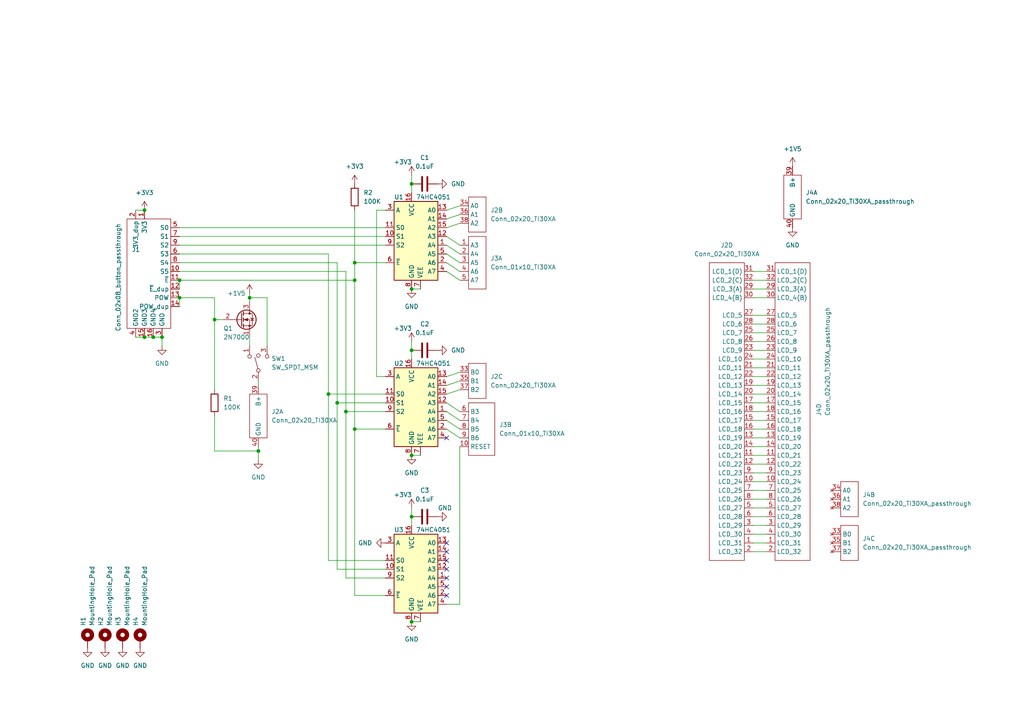
<source format=kicad_sch>
(kicad_sch (version 20211123) (generator eeschema)
  (paper "A4")
  (lib_symbols
    (symbol "74xx:74HC4051"
      (property "Reference" "U" (at -5.08 11.43 0))
      (property "Value" "74HC4051" (at -7.62 -13.97 0))
      (symbol "74HC4051_0_1"
        (rectangle (start -5.08 10.16) (end 7.62 -12.7) (stroke (width 0.254)) (fill (type background)))
      )
      (symbol "74HC4051_1_1"
        (pin passive line (at 10.16 -2.54 180) (length 2.54) (name "A4") (number "1"))
        (pin input line (at -7.62 0 0) (length 2.54) (name "S1") (number "10"))
        (pin input line (at -7.62 2.54 0) (length 2.54) (name "S0") (number "11"))
        (pin passive line (at 10.16 0 180) (length 2.54) (name "A3") (number "12"))
        (pin passive line (at 10.16 7.62 180) (length 2.54) (name "A0") (number "13"))
        (pin passive line (at 10.16 5.08 180) (length 2.54) (name "A1") (number "14"))
        (pin passive line (at 10.16 2.54 180) (length 2.54) (name "A2") (number "15"))
        (pin power_in line (at 0 12.7 270) (length 2.54) (name "VCC") (number "16"))
        (pin passive line (at 10.16 -7.62 180) (length 2.54) (name "A6") (number "2"))
        (pin passive line (at -7.62 7.62 0) (length 2.54) (name "A") (number "3"))
        (pin passive line (at 10.16 -10.16 180) (length 2.54) (name "A7") (number "4"))
        (pin passive line (at 10.16 -5.08 180) (length 2.54) (name "A5") (number "5"))
        (pin input line (at -7.62 -7.62 0) (length 2.54) (name "~{E}") (number "6"))
        (pin power_in line (at 2.54 -15.24 90) (length 2.54) (name "VEE") (number "7"))
        (pin power_in line (at 0 -15.24 90) (length 2.54) (name "GND") (number "8"))
        (pin input line (at -7.62 -2.54 0) (length 2.54) (name "S2") (number "9"))
      )
    )
    (symbol "Device:C" (pin_numbers hide) (pin_names (offset 0.254))
      (property "Reference" "C" (at 0.635 2.54 0))
      (property "Value" "C" (at 0.635 -2.54 0))
      (symbol "C_0_1"
        (polyline (pts (xy -2.032 -0.762) (xy 2.032 -0.762)) (stroke (width 0.508)))
        (polyline (pts (xy -2.032 0.762) (xy 2.032 0.762)) (stroke (width 0.508)))
      )
      (symbol "C_1_1"
        (pin passive line (at 0 3.81 270) (length 2.794) (name "~") (number "1"))
        (pin passive line (at 0 -3.81 90) (length 2.794) (name "~") (number "2"))
      )
    )
    (symbol "Device:R" (pin_numbers hide) (pin_names (offset 0))
      (property "Reference" "R" (at 2.032 0 90))
      (property "Value" "R" (at 0 0 90))
      (symbol "R_0_1"
        (rectangle (start -1.016 -2.54) (end 1.016 2.54) (stroke (width 0.254)))
      )
      (symbol "R_1_1"
        (pin passive line (at 0 3.81 270) (length 1.27) (name "~") (number "1"))
        (pin passive line (at 0 -3.81 90) (length 1.27) (name "~") (number "2"))
      )
    )
    (symbol "Mechanical:MountingHole_Pad" (pin_numbers hide) (pin_names (offset 1.016) hide)
      (property "Reference" "H" (at 0 6.35 0))
      (property "Value" "MountingHole_Pad" (at 0 4.445 0))
      (symbol "MountingHole_Pad_0_1"
        (circle (center 0 1.27) (radius 1.27) (stroke (width 1.27)))
      )
      (symbol "MountingHole_Pad_1_1"
        (pin input line (at 0 -2.54 90) (length 2.54) (name "1") (number "1"))
      )
    )
    (symbol "Switch:SW_SPDT_MSM" (pin_names (offset 0) hide)
      (property "Reference" "SW" (at 0 5.08 0))
      (property "Value" "SW_SPDT_MSM" (at 0 -5.08 0))
      (symbol "SW_SPDT_MSM_0_0"
        (circle (center -2.032 0) (radius 0.508))
        (polyline (pts (xy -1.524 0.127) (xy 1.778 1.016)))
        (circle (center 2.032 -2.54) (radius 0.508))
      )
      (symbol "SW_SPDT_MSM_0_1"
        (circle (center 2.032 2.54) (radius 0.508))
        (circle (center 2.286 0) (radius 0.508))
      )
      (symbol "SW_SPDT_MSM_1_1"
        (pin passive line (at 5.08 2.54 180) (length 2.54) (name "1") (number "1"))
        (pin passive line (at -5.08 0 0) (length 2.54) (name "2") (number "2"))
        (pin passive line (at 5.08 -2.54 180) (length 2.54) (name "3") (number "3"))
      )
    )
    (symbol "Transistor_FET:2N7000" (pin_names hide)
      (property "Reference" "Q" (at 5.08 1.905 0))
      (property "Value" "2N7000" (at 5.08 0 0))
      (symbol "2N7000_0_1"
        (polyline (pts (xy 0.254 0) (xy -2.54 0)))
        (polyline (pts (xy 0.254 1.905) (xy 0.254 -1.905)) (stroke (width 0.254)))
        (polyline (pts (xy 0.762 -1.27) (xy 0.762 -2.286)) (stroke (width 0.254)))
        (polyline (pts (xy 0.762 0.508) (xy 0.762 -0.508)) (stroke (width 0.254)))
        (polyline (pts (xy 0.762 2.286) (xy 0.762 1.27)) (stroke (width 0.254)))
        (polyline (pts (xy 2.54 2.54) (xy 2.54 1.778)))
        (polyline (pts (xy 2.54 -2.54) (xy 2.54 0) (xy 0.762 0)))
        (polyline (pts (xy 0.762 -1.778) (xy 3.302 -1.778) (xy 3.302 1.778) (xy 0.762 1.778)))
        (polyline (pts (xy 1.016 0) (xy 2.032 0.381) (xy 2.032 -0.381) (xy 1.016 0)) (fill (type outline)))
        (polyline (pts (xy 2.794 0.508) (xy 2.921 0.381) (xy 3.683 0.381) (xy 3.81 0.254)))
        (polyline (pts (xy 3.302 0.381) (xy 2.921 -0.254) (xy 3.683 -0.254) (xy 3.302 0.381)))
        (circle (center 1.651 0) (radius 2.794) (stroke (width 0.254)))
        (circle (center 2.54 -1.778) (radius 0.254) (fill (type outline)))
        (circle (center 2.54 1.778) (radius 0.254) (fill (type outline)))
      )
      (symbol "2N7000_1_1"
        (pin passive line (at 2.54 -5.08 90) (length 2.54) (name "S") (number "1"))
        (pin input line (at -5.08 0 0) (length 2.54) (name "G") (number "2"))
        (pin passive line (at 2.54 5.08 270) (length 2.54) (name "D") (number "3"))
      )
    )
    (symbol "custom_connetors:Conn_01x10_TI30XA"
      (property "Reference" "J" (at 5.08 3.81 0))
      (property "Value" "Conn_01x10_TI30XA" (at 13.97 6.35 0))
      (symbol "Conn_01x10_TI30XA_1_1"
        (rectangle (start -2.54 -7.62) (end 2.54 7.62))
        (pin input line (at -5.08 5.08 0) (length 2.54) (name "A3") (number "1"))
        (pin input line (at -5.08 2.54 0) (length 2.54) (name "A4") (number "2"))
        (pin input line (at -5.08 0 0) (length 2.54) (name "A5") (number "3"))
        (pin input line (at -5.08 -2.54 0) (length 2.54) (name "A6") (number "4"))
        (pin input line (at -5.08 -5.08 0) (length 2.54) (name "A7") (number "5"))
      )
      (symbol "Conn_01x10_TI30XA_2_1"
        (rectangle (start -3.81 7.62) (end 3.81 -7.62))
        (pin input line (at -6.35 -5.08 0) (length 2.54) (name "RESET") (number "10"))
        (pin input line (at -6.35 5.08 0) (length 2.54) (name "B3") (number "6"))
        (pin input line (at -6.35 2.54 0) (length 2.54) (name "B4") (number "7"))
        (pin input line (at -6.35 0 0) (length 2.54) (name "B5") (number "8"))
        (pin input line (at -6.35 -2.54 0) (length 2.54) (name "B6") (number "9"))
      )
    )
    (symbol "custom_connetors:Conn_02x08_button_passthrough"
      (property "Reference" "J" (at -1.27 11.43 0))
      (property "Value" "Conn_02x08_button_passthrough" (at -11.43 -5.08 90))
      (symbol "Conn_02x08_button_passthrough_0_1"
        (rectangle (start -8.89 10.16) (end 3.81 -21.59))
      )
      (symbol "Conn_02x08_button_passthrough_1_1"
        (pin power_out line (at -3.81 12.7 270) (length 2.54) (name "3V3") (number "1"))
        (pin output line (at 6.35 -5.08 180) (length 2.54) (name "S5") (number "10"))
        (pin output line (at 6.35 -7.62 180) (length 2.54) (name "~{E}") (number "11"))
        (pin free line (at 6.35 -10.16 180) (length 2.54) (name "~{E}_dup") (number "12"))
        (pin output line (at 6.35 -12.7 180) (length 2.54) (name "POW") (number "13"))
        (pin free line (at 6.35 -15.24 180) (length 2.54) (name "POW_dup") (number "14"))
        (pin power_in line (at -3.81 -24.13 90) (length 2.54) (name "GND3") (number "15"))
        (pin power_in line (at -1.27 -24.13 90) (length 2.54) (name "GND4") (number "16"))
        (pin power_in line (at -6.35 12.7 270) (length 2.54) (name "3V3_dup") (number "2"))
        (pin power_in line (at 1.27 -24.13 90) (length 2.54) (name "GND") (number "3"))
        (pin power_in line (at -6.35 -24.13 90) (length 2.54) (name "GND2") (number "4"))
        (pin output line (at 6.35 7.62 180) (length 2.54) (name "S0") (number "5"))
        (pin output line (at 6.35 0 180) (length 2.54) (name "S3") (number "6"))
        (pin output line (at 6.35 5.08 180) (length 2.54) (name "S1") (number "7"))
        (pin output line (at 6.35 -2.54 180) (length 2.54) (name "S4") (number "8"))
        (pin output line (at 6.35 2.54 180) (length 2.54) (name "S2") (number "9"))
      )
    )
    (symbol "custom_connetors:Conn_02x20_TI30XA"
      (property "Reference" "J" (at -24.13 5.08 0))
      (property "Value" "Conn_02x20_TI30XA" (at -15.24 7.62 0))
      (symbol "Conn_02x20_TI30XA_1_1"
        (rectangle (start -2.54 6.35) (end 2.54 -6.35))
        (pin power_in line (at 0 8.89 270) (length 2.54) (name "B+") (number "39"))
        (pin power_in line (at 0 -8.89 90) (length 2.54) (name "GND") (number "40"))
      )
      (symbol "Conn_02x20_TI30XA_2_1"
        (rectangle (start -2.54 5.08) (end 2.54 -5.08))
        (pin input line (at -5.08 2.54 0) (length 2.54) (name "A0") (number "34"))
        (pin input line (at -5.08 0 0) (length 2.54) (name "A1") (number "36"))
        (pin input line (at -5.08 -2.54 0) (length 2.54) (name "A2") (number "38"))
      )
      (symbol "Conn_02x20_TI30XA_3_1"
        (rectangle (start -2.54 5.08) (end 2.54 -5.08))
        (pin input line (at -5.08 2.54 0) (length 2.54) (name "B0") (number "33"))
        (pin input line (at -5.08 0 0) (length 2.54) (name "B1") (number "35"))
        (pin input line (at -5.08 -2.54 0) (length 2.54) (name "B2") (number "37"))
      )
      (symbol "Conn_02x20_TI30XA_4_1"
        (rectangle (start 5.08 43.18) (end -5.08 -43.18))
        (pin output line (at 7.62 -38.1 180) (length 2.54) (name "LCD_31") (number "1"))
        (pin output line (at 7.62 -20.32 180) (length 2.54) (name "LCD_24") (number "10"))
        (pin output line (at 7.62 -12.7 180) (length 2.54) (name "LCD_21") (number "11"))
        (pin output line (at 7.62 -15.24 180) (length 2.54) (name "LCD_22") (number "12"))
        (pin output line (at 7.62 -7.62 180) (length 2.54) (name "LCD_19") (number "13"))
        (pin output line (at 7.62 -10.16 180) (length 2.54) (name "LCD_20") (number "14"))
        (pin output line (at 7.62 -2.54 180) (length 2.54) (name "LCD_17") (number "15"))
        (pin output line (at 7.62 -5.08 180) (length 2.54) (name "LCD_18") (number "16"))
        (pin output line (at 7.62 2.54 180) (length 2.54) (name "LCD_15") (number "17"))
        (pin output line (at 7.62 0 180) (length 2.54) (name "LCD_16") (number "18"))
        (pin output line (at 7.62 7.62 180) (length 2.54) (name "LCD_13") (number "19"))
        (pin output line (at 7.62 -40.64 180) (length 2.54) (name "LCD_32") (number "2"))
        (pin output line (at 7.62 5.08 180) (length 2.54) (name "LCD_14") (number "20"))
        (pin output line (at 7.62 12.7 180) (length 2.54) (name "LCD_11") (number "21"))
        (pin output line (at 7.62 10.16 180) (length 2.54) (name "LCD_12") (number "22"))
        (pin output line (at 7.62 17.78 180) (length 2.54) (name "LCD_9") (number "23"))
        (pin output line (at 7.62 15.24 180) (length 2.54) (name "LCD_10") (number "24"))
        (pin output line (at 7.62 22.86 180) (length 2.54) (name "LCD_7") (number "25"))
        (pin output line (at 7.62 20.32 180) (length 2.54) (name "LCD_8") (number "26"))
        (pin output line (at 7.62 27.94 180) (length 2.54) (name "LCD_5") (number "27"))
        (pin output line (at 7.62 25.4 180) (length 2.54) (name "LCD_6") (number "28"))
        (pin output line (at 7.62 35.56 180) (length 2.54) (name "LCD_3(A)") (number "29"))
        (pin output line (at 7.62 -33.02 180) (length 2.54) (name "LCD_29") (number "3"))
        (pin output line (at 7.62 33.02 180) (length 2.54) (name "LCD_4(B)") (number "30"))
        (pin output line (at 7.62 40.64 180) (length 2.54) (name "LCD_1(D)") (number "31"))
        (pin output line (at 7.62 38.1 180) (length 2.54) (name "LCD_2(C)") (number "32"))
        (pin output line (at 7.62 -35.56 180) (length 2.54) (name "LCD_30") (number "4"))
        (pin output line (at 7.62 -27.94 180) (length 2.54) (name "LCD_27") (number "5"))
        (pin output line (at 7.62 -30.48 180) (length 2.54) (name "LCD_28") (number "6"))
        (pin output line (at 7.62 -22.86 180) (length 2.54) (name "LCD_25") (number "7"))
        (pin output line (at 7.62 -25.4 180) (length 2.54) (name "LCD_26") (number "8"))
        (pin output line (at 7.62 -17.78 180) (length 2.54) (name "LCD_23") (number "9"))
      )
    )
    (symbol "custom_connetors:Conn_02x20_TI30XA_passthrough"
      (property "Reference" "J" (at -24.13 5.08 0))
      (property "Value" "Conn_02x20_TI30XA_passthrough" (at -15.24 7.62 0))
      (symbol "Conn_02x20_TI30XA_passthrough_1_1"
        (rectangle (start -2.54 6.35) (end 2.54 -6.35))
        (pin power_out line (at 0 8.89 270) (length 2.54) (name "B+") (number "39"))
        (pin power_out line (at 0 -8.89 90) (length 2.54) (name "GND") (number "40"))
      )
      (symbol "Conn_02x20_TI30XA_passthrough_2_1"
        (rectangle (start -2.54 5.08) (end 2.54 -5.08))
        (pin no_connect line (at -5.08 2.54 0) (length 2.54) (name "A0") (number "34"))
        (pin no_connect line (at -5.08 0 0) (length 2.54) (name "A1") (number "36"))
        (pin no_connect line (at -5.08 -2.54 0) (length 2.54) (name "A2") (number "38"))
      )
      (symbol "Conn_02x20_TI30XA_passthrough_3_1"
        (rectangle (start -2.54 5.08) (end 2.54 -5.08))
        (pin no_connect line (at -5.08 2.54 0) (length 2.54) (name "B0") (number "33"))
        (pin no_connect line (at -5.08 0 0) (length 2.54) (name "B1") (number "35"))
        (pin no_connect line (at -5.08 -2.54 0) (length 2.54) (name "B2") (number "37"))
      )
      (symbol "Conn_02x20_TI30XA_passthrough_4_1"
        (rectangle (start 5.08 43.18) (end -5.08 -43.18))
        (pin input line (at -7.62 -38.1 0) (length 2.54) (name "LCD_31") (number "1"))
        (pin input line (at -7.62 -20.32 0) (length 2.54) (name "LCD_24") (number "10"))
        (pin input line (at -7.62 -12.7 0) (length 2.54) (name "LCD_21") (number "11"))
        (pin input line (at -7.62 -15.24 0) (length 2.54) (name "LCD_22") (number "12"))
        (pin input line (at -7.62 -7.62 0) (length 2.54) (name "LCD_19") (number "13"))
        (pin input line (at -7.62 -10.16 0) (length 2.54) (name "LCD_20") (number "14"))
        (pin input line (at -7.62 -2.54 0) (length 2.54) (name "LCD_17") (number "15"))
        (pin input line (at -7.62 -5.08 0) (length 2.54) (name "LCD_18") (number "16"))
        (pin input line (at -7.62 2.54 0) (length 2.54) (name "LCD_15") (number "17"))
        (pin input line (at -7.62 0 0) (length 2.54) (name "LCD_16") (number "18"))
        (pin input line (at -7.62 7.62 0) (length 2.54) (name "LCD_13") (number "19"))
        (pin input line (at -7.62 -40.64 0) (length 2.54) (name "LCD_32") (number "2"))
        (pin input line (at -7.62 5.08 0) (length 2.54) (name "LCD_14") (number "20"))
        (pin input line (at -7.62 12.7 0) (length 2.54) (name "LCD_11") (number "21"))
        (pin input line (at -7.62 10.16 0) (length 2.54) (name "LCD_12") (number "22"))
        (pin input line (at -7.62 17.78 0) (length 2.54) (name "LCD_9") (number "23"))
        (pin input line (at -7.62 15.24 0) (length 2.54) (name "LCD_10") (number "24"))
        (pin input line (at -7.62 22.86 0) (length 2.54) (name "LCD_7") (number "25"))
        (pin input line (at -7.62 20.32 0) (length 2.54) (name "LCD_8") (number "26"))
        (pin input line (at -7.62 27.94 0) (length 2.54) (name "LCD_5") (number "27"))
        (pin input line (at -7.62 25.4 0) (length 2.54) (name "LCD_6") (number "28"))
        (pin input line (at -7.62 35.56 0) (length 2.54) (name "LCD_3(A)") (number "29"))
        (pin input line (at -7.62 -33.02 0) (length 2.54) (name "LCD_29") (number "3"))
        (pin input line (at -7.62 33.02 0) (length 2.54) (name "LCD_4(B)") (number "30"))
        (pin input line (at -7.62 40.64 0) (length 2.54) (name "LCD_1(D)") (number "31"))
        (pin input line (at -7.62 38.1 0) (length 2.54) (name "LCD_2(C)") (number "32"))
        (pin input line (at -7.62 -35.56 0) (length 2.54) (name "LCD_30") (number "4"))
        (pin input line (at -7.62 -27.94 0) (length 2.54) (name "LCD_27") (number "5"))
        (pin input line (at -7.62 -30.48 0) (length 2.54) (name "LCD_28") (number "6"))
        (pin input line (at -7.62 -22.86 0) (length 2.54) (name "LCD_25") (number "7"))
        (pin input line (at -7.62 -25.4 0) (length 2.54) (name "LCD_26") (number "8"))
        (pin input line (at -7.62 -17.78 0) (length 2.54) (name "LCD_23") (number "9"))
      )
    )
    (symbol "power:+1V5" (power) (pin_names (offset 0))
      (property "Value" "+1V5" (at 0 3.556 0))
      (symbol "+1V5_0_1"
        (polyline (pts (xy -0.762 1.27) (xy 0 2.54)))
        (polyline (pts (xy 0 0) (xy 0 2.54)))
        (polyline (pts (xy 0 2.54) (xy 0.762 1.27)))
      )
      (symbol "+1V5_1_1"
        (pin power_in line (at 0 0 90) (length 0) hide (name "+1V5") (number "1"))
      )
    )
    (symbol "power:+3V3" (power) (pin_names (offset 0))
      (property "Value" "+3V3" (at 0 3.556 0))
      (symbol "+3V3_0_1"
        (polyline (pts (xy -0.762 1.27) (xy 0 2.54)))
        (polyline (pts (xy 0 0) (xy 0 2.54)))
        (polyline (pts (xy 0 2.54) (xy 0.762 1.27)))
      )
      (symbol "+3V3_1_1"
        (pin power_in line (at 0 0 90) (length 0) hide (name "+3V3") (number "1"))
      )
    )
    (symbol "power:GND" (power) (pin_names (offset 0))
      (property "Value" "GND" (at 0 -3.81 0))
      (symbol "GND_0_1"
        (polyline (pts (xy 0 0) (xy 0 -1.27) (xy 1.27 -1.27) (xy 0 -2.54) (xy -1.27 -1.27) (xy 0 -1.27)))
      )
      (symbol "GND_1_1"
        (pin power_in line (at 0 0 270) (length 0) hide (name "GND") (number "1"))
      )
    )
  )
  (junction (at 72.39 86.36))
  (junction (at 119.38 149.86))
  (junction (at 119.38 101.6))
  (junction (at 102.87 76.2))
  (junction (at 46.99 97.79))
  (junction (at 119.38 132.08))
  (junction (at 102.87 124.46))
  (junction (at 119.38 53.34))
  (junction (at 100.33 119.38))
  (junction (at 119.38 83.82))
  (junction (at 52.07 86.36))
  (junction (at 97.79 116.84))
  (junction (at 119.38 180.34))
  (junction (at 52.07 81.28))
  (junction (at 41.91 60.96))
  (junction (at 102.87 81.28))
  (junction (at 74.93 130.81))
  (junction (at 44.45 97.79))
  (junction (at 62.23 92.71))
  (junction (at 41.91 97.79))
  (junction (at 95.25 114.3))
  (no_connect (at 129.54 167.64))
  (no_connect (at 129.54 170.18))
  (no_connect (at 129.54 172.72))
  (no_connect (at 129.54 165.1))
  (no_connect (at 129.54 127))
  (no_connect (at 129.54 162.56))
  (no_connect (at 129.54 160.02))
  (no_connect (at 129.54 157.48))
  (wire (pts (xy 109.22 60.96) (xy 111.76 60.96)))
  (wire (pts (xy 102.87 124.46) (xy 111.76 124.46)))
  (wire (pts (xy 222.25 86.36) (xy 218.44 86.36)))
  (wire (pts (xy 133.35 175.26) (xy 133.35 129.54)))
  (wire (pts (xy 39.37 97.79) (xy 41.91 97.79)))
  (wire (pts (xy 62.23 113.03) (xy 62.23 92.71)))
  (wire (pts (xy 95.25 114.3) (xy 95.25 162.56)))
  (wire (pts (xy 222.25 78.74) (xy 218.44 78.74)))
  (wire (pts (xy 111.76 165.1) (xy 97.79 165.1)))
  (wire (pts (xy 222.25 106.68) (xy 218.44 106.68)))
  (wire (pts (xy 222.25 93.98) (xy 218.44 93.98)))
  (wire (pts (xy 111.76 167.64) (xy 100.33 167.64)))
  (wire (pts (xy 222.25 96.52) (xy 218.44 96.52)))
  (wire (pts (xy 133.35 62.23) (xy 129.54 63.5)))
  (wire (pts (xy 102.87 76.2) (xy 102.87 81.28)))
  (wire (pts (xy 222.25 149.86) (xy 218.44 149.86)))
  (wire (pts (xy 119.38 99.06) (xy 119.38 101.6)))
  (wire (pts (xy 133.35 127) (xy 129.54 124.46)))
  (wire (pts (xy 100.33 119.38) (xy 100.33 167.64)))
  (wire (pts (xy 222.25 101.6) (xy 218.44 101.6)))
  (wire (pts (xy 46.99 97.79) (xy 46.99 100.33)))
  (wire (pts (xy 119.38 101.6) (xy 119.38 104.14)))
  (wire (pts (xy 222.25 157.48) (xy 218.44 157.48)))
  (wire (pts (xy 111.76 119.38) (xy 100.33 119.38)))
  (wire (pts (xy 129.54 175.26) (xy 133.35 175.26)))
  (wire (pts (xy 222.25 99.06) (xy 218.44 99.06)))
  (wire (pts (xy 72.39 85.09) (xy 72.39 86.36)))
  (wire (pts (xy 222.25 124.46) (xy 218.44 124.46)))
  (wire (pts (xy 222.25 121.92) (xy 218.44 121.92)))
  (wire (pts (xy 52.07 86.36) (xy 52.07 88.9)))
  (wire (pts (xy 222.25 114.3) (xy 218.44 114.3)))
  (wire (pts (xy 111.76 162.56) (xy 95.25 162.56)))
  (wire (pts (xy 133.35 73.66) (xy 129.54 71.12)))
  (wire (pts (xy 44.45 97.79) (xy 46.99 97.79)))
  (wire (pts (xy 222.25 147.32) (xy 218.44 147.32)))
  (wire (pts (xy 222.25 154.94) (xy 218.44 154.94)))
  (wire (pts (xy 222.25 83.82) (xy 218.44 83.82)))
  (wire (pts (xy 119.38 147.32) (xy 119.38 149.86)))
  (wire (pts (xy 133.35 71.12) (xy 129.54 68.58)))
  (wire (pts (xy 222.25 137.16) (xy 218.44 137.16)))
  (wire (pts (xy 133.35 110.49) (xy 129.54 111.76)))
  (wire (pts (xy 119.38 180.34) (xy 121.92 180.34)))
  (wire (pts (xy 119.38 53.34) (xy 119.38 55.88)))
  (wire (pts (xy 133.35 124.46) (xy 129.54 121.92)))
  (wire (pts (xy 222.25 127) (xy 218.44 127)))
  (wire (pts (xy 133.35 64.77) (xy 129.54 66.04)))
  (wire (pts (xy 222.25 109.22) (xy 218.44 109.22)))
  (wire (pts (xy 109.22 109.22) (xy 109.22 60.96)))
  (wire (pts (xy 95.25 114.3) (xy 95.25 73.66)))
  (wire (pts (xy 52.07 71.12) (xy 111.76 71.12)))
  (wire (pts (xy 119.38 50.8) (xy 119.38 53.34)))
  (wire (pts (xy 74.93 133.35) (xy 74.93 130.81)))
  (wire (pts (xy 74.93 110.49) (xy 74.93 111.76)))
  (wire (pts (xy 222.25 116.84) (xy 218.44 116.84)))
  (wire (pts (xy 222.25 134.62) (xy 218.44 134.62)))
  (wire (pts (xy 52.07 68.58) (xy 111.76 68.58)))
  (wire (pts (xy 62.23 130.81) (xy 62.23 120.65)))
  (wire (pts (xy 222.25 91.44) (xy 218.44 91.44)))
  (wire (pts (xy 100.33 119.38) (xy 100.33 78.74)))
  (wire (pts (xy 95.25 73.66) (xy 52.07 73.66)))
  (wire (pts (xy 133.35 59.69) (xy 129.54 60.96)))
  (wire (pts (xy 222.25 160.02) (xy 218.44 160.02)))
  (wire (pts (xy 133.35 78.74) (xy 129.54 76.2)))
  (wire (pts (xy 52.07 66.04) (xy 111.76 66.04)))
  (wire (pts (xy 41.91 97.79) (xy 44.45 97.79)))
  (wire (pts (xy 111.76 114.3) (xy 95.25 114.3)))
  (wire (pts (xy 52.07 81.28) (xy 52.07 83.82)))
  (wire (pts (xy 102.87 172.72) (xy 111.76 172.72)))
  (wire (pts (xy 52.07 81.28) (xy 102.87 81.28)))
  (wire (pts (xy 72.39 100.33) (xy 72.39 97.79)))
  (wire (pts (xy 222.25 132.08) (xy 218.44 132.08)))
  (wire (pts (xy 62.23 92.71) (xy 64.77 92.71)))
  (wire (pts (xy 133.35 107.95) (xy 129.54 109.22)))
  (wire (pts (xy 72.39 86.36) (xy 72.39 87.63)))
  (wire (pts (xy 102.87 76.2) (xy 111.76 76.2)))
  (wire (pts (xy 119.38 83.82) (xy 121.92 83.82)))
  (wire (pts (xy 62.23 86.36) (xy 52.07 86.36)))
  (wire (pts (xy 111.76 116.84) (xy 97.79 116.84)))
  (wire (pts (xy 222.25 142.24) (xy 218.44 142.24)))
  (wire (pts (xy 52.07 76.2) (xy 97.79 76.2)))
  (wire (pts (xy 74.93 130.81) (xy 62.23 130.81)))
  (wire (pts (xy 222.25 111.76) (xy 218.44 111.76)))
  (wire (pts (xy 97.79 76.2) (xy 97.79 116.84)))
  (wire (pts (xy 102.87 60.96) (xy 102.87 76.2)))
  (wire (pts (xy 77.47 86.36) (xy 77.47 100.33)))
  (wire (pts (xy 133.35 121.92) (xy 129.54 119.38)))
  (wire (pts (xy 102.87 81.28) (xy 102.87 124.46)))
  (wire (pts (xy 62.23 92.71) (xy 62.23 86.36)))
  (wire (pts (xy 119.38 132.08) (xy 121.92 132.08)))
  (wire (pts (xy 133.35 119.38) (xy 129.54 116.84)))
  (wire (pts (xy 222.25 119.38) (xy 218.44 119.38)))
  (wire (pts (xy 222.25 152.4) (xy 218.44 152.4)))
  (wire (pts (xy 222.25 129.54) (xy 218.44 129.54)))
  (wire (pts (xy 133.35 76.2) (xy 129.54 73.66)))
  (wire (pts (xy 74.93 130.81) (xy 74.93 129.54)))
  (wire (pts (xy 102.87 124.46) (xy 102.87 172.72)))
  (wire (pts (xy 109.22 109.22) (xy 111.76 109.22)))
  (wire (pts (xy 222.25 104.14) (xy 218.44 104.14)))
  (wire (pts (xy 222.25 81.28) (xy 218.44 81.28)))
  (wire (pts (xy 97.79 116.84) (xy 97.79 165.1)))
  (wire (pts (xy 222.25 139.7) (xy 218.44 139.7)))
  (wire (pts (xy 222.25 144.78) (xy 218.44 144.78)))
  (wire (pts (xy 100.33 78.74) (xy 52.07 78.74)))
  (wire (pts (xy 133.35 81.28) (xy 129.54 78.74)))
  (wire (pts (xy 119.38 149.86) (xy 119.38 152.4)))
  (wire (pts (xy 72.39 86.36) (xy 77.47 86.36)))
  (wire (pts (xy 133.35 113.03) (xy 129.54 114.3)))
  (wire (pts (xy 39.37 60.96) (xy 41.91 60.96)))
  (symbol (lib_id "Device:R") (at 102.87 57.15 0) (unit 1)
    (property "Reference" "R2" (at 105.41 55.8799 0) (effects (justify left)))
    (property "Value" "100K" (at 105.41 58.4199 0) (effects (justify left)))
    (property "Footprint" "Resistor_THT:R_Axial_DIN0411_L9.9mm_D3.6mm_P15.24mm_Horizontal" (effects hide))
  )
  (symbol (lib_id "custom_connetors:Conn_02x20_TI30XA_passthrough") (at 246.38 144.78 0) (unit 2)
    (property "Reference" "J4" (at 250.19 143.5099 0) (effects (justify left)))
    (property "Value" "Conn_02x20_TI30XA_passthrough" (at 250.19 146.0499 0) (effects (justify left)))
    (property "Footprint" "Connector_IDC:IDC-Header_2x20_P2.54mm_Vertical" (effects hide))
  )
  (symbol (lib_id "power:+3V3") (at 119.38 147.32 0) (unit 1)
    (property "Reference" "#PWR015" (effects hide))
    (property "Value" "+3V3" (at 116.84 143.51 0))
  )
  (symbol (lib_id "Switch:SW_SPDT_MSM") (at 74.93 105.41 90) (unit 1)
    (property "Reference" "SW1" (at 78.74 104.0129 90) (effects (justify right)))
    (property "Value" "SW_SPDT_MSM" (at 78.74 106.5529 90) (effects (justify right)))
    (property "Footprint" "Library:Switch_Jumper" (effects hide))
  )
  (symbol (lib_id "custom_connetors:Conn_02x20_TI30XA") (at 138.43 62.23 0) (unit 2)
    (property "Reference" "J2" (at 142.24 60.9599 0) (effects (justify left)))
    (property "Value" "Conn_02x20_TI30XA" (at 142.24 63.4999 0) (effects (justify left)))
    (property "Footprint" "Connector_IDC:IDC-Header_2x20_P2.54mm_Vertical" (effects hide))
  )
  (symbol (lib_id "custom_connetors:Conn_01x10_TI30XA") (at 139.7 124.46 0) (unit 2)
    (property "Reference" "J3" (at 144.78 123.1899 0) (effects (justify left)))
    (property "Value" "Conn_01x10_TI30XA" (at 144.78 125.7299 0) (effects (justify left)))
    (property "Footprint" "Connector_PinHeader_2.54mm:PinHeader_1x10_P2.54mm_Horizontal" (effects hide))
  )
  (symbol (lib_id "power:+3V3") (at 41.91 60.96 0) (unit 1)
    (property "Reference" "#PWR05" (effects hide))
    (property "Value" "+3V3" (at 41.91 55.88 0))
  )
  (symbol (lib_id "custom_connetors:Conn_01x10_TI30XA") (at 138.43 76.2 0) (unit 1)
    (property "Reference" "J3" (at 142.24 74.9299 0) (effects (justify left)))
    (property "Value" "Conn_01x10_TI30XA" (at 142.24 77.4699 0) (effects (justify left)))
    (property "Footprint" "Connector_PinHeader_2.54mm:PinHeader_1x10_P2.54mm_Horizontal" (effects hide))
  )
  (symbol (lib_id "power:GND") (at 30.48 187.96 0) (unit 1)
    (property "Reference" "#PWR02" (effects hide))
    (property "Value" "GND" (at 30.48 193.04 0))
  )
  (symbol (lib_id "power:GND") (at 127 101.6 90) (unit 1)
    (property "Reference" "#PWR018" (effects hide))
    (property "Value" "GND" (at 130.81 101.5999 90) (effects (justify right)))
  )
  (symbol (lib_id "power:GND") (at 35.56 187.96 0) (unit 1)
    (property "Reference" "#PWR03" (effects hide))
    (property "Value" "GND" (at 35.56 193.04 0))
  )
  (symbol (lib_id "custom_connetors:Conn_02x20_TI30XA") (at 210.82 119.38 0) (unit 4)
    (property "Reference" "J2" (at 210.82 71.12 0))
    (property "Value" "Conn_02x20_TI30XA" (at 210.82 73.66 0))
    (property "Footprint" "Connector_IDC:IDC-Header_2x20_P2.54mm_Vertical" (effects hide))
  )
  (symbol (lib_id "custom_connetors:Conn_02x20_TI30XA") (at 138.43 110.49 0) (unit 3)
    (property "Reference" "J2" (at 142.24 109.2199 0) (effects (justify left)))
    (property "Value" "Conn_02x20_TI30XA" (at 142.24 111.7599 0) (effects (justify left)))
    (property "Footprint" "Connector_IDC:IDC-Header_2x20_P2.54mm_Vertical" (effects hide))
  )
  (symbol (lib_id "power:+1V5") (at 229.87 48.26 0) (unit 1)
    (property "Reference" "#PWR020" (effects hide))
    (property "Value" "+1V5" (at 229.87 43.18 0))
  )
  (symbol (lib_id "power:+3V3") (at 119.38 99.06 0) (unit 1)
    (property "Reference" "#PWR013" (effects hide))
    (property "Value" "+3V3" (at 116.84 95.25 0))
  )
  (symbol (lib_id "Mechanical:MountingHole_Pad") (at 35.56 185.42 0) (unit 1)
    (property "Reference" "H3" (at 34.29 181.61 90) (effects (justify left)))
    (property "Value" "MountingHole_Pad" (at 36.83 181.61 90) (effects (justify left)))
    (property "Footprint" "MountingHole:MountingHole_5mm_Pad_Via" (effects hide))
  )
  (symbol (lib_id "custom_connetors:Conn_02x20_TI30XA_passthrough") (at 229.87 119.38 0) (unit 4)
    (property "Reference" "J4" (at 237.49 120.65 90) (effects (justify left)))
    (property "Value" "Conn_02x20_TI30XA_passthrough" (at 240.03 120.65 90) (effects (justify left)))
    (property "Footprint" "Connector_IDC:IDC-Header_2x20_P2.54mm_Vertical" (effects hide))
  )
  (symbol (lib_id "custom_connetors:Conn_02x20_TI30XA_passthrough") (at 246.38 157.48 0) (unit 3)
    (property "Reference" "J4" (at 250.19 156.2099 0) (effects (justify left)))
    (property "Value" "Conn_02x20_TI30XA_passthrough" (at 250.19 158.7499 0) (effects (justify left)))
    (property "Footprint" "Connector_IDC:IDC-Header_2x20_P2.54mm_Vertical" (effects hide))
  )
  (symbol (lib_id "Transistor_FET:2N7000") (at 69.85 92.71 0) (unit 1)
    (property "Reference" "Q1" (at 64.77 95.25 0) (effects (justify left)))
    (property "Value" "2N7000" (at 64.77 97.79 0) (effects (justify left)))
    (property "Footprint" "Package_TO_SOT_THT:TO-92_Inline_Wide" (effects hide))
    (property "Datasheet" "https://www.vishay.com/docs/70226/70226.pdf" (effects hide))
  )
  (symbol (lib_id "Mechanical:MountingHole_Pad") (at 40.64 185.42 0) (unit 1)
    (property "Reference" "H4" (at 39.37 181.61 90) (effects (justify left)))
    (property "Value" "MountingHole_Pad" (at 41.91 181.61 90) (effects (justify left)))
    (property "Footprint" "MountingHole:MountingHole_5mm_Pad_Via" (effects hide))
  )
  (symbol (lib_id "power:+3V3") (at 102.87 53.34 0) (unit 1)
    (property "Reference" "#PWR09" (effects hide))
    (property "Value" "+3V3" (at 102.87 48.26 0))
  )
  (symbol (lib_id "Mechanical:MountingHole_Pad") (at 25.4 185.42 0) (unit 1)
    (property "Reference" "H1" (at 24.13 181.61 90) (effects (justify left)))
    (property "Value" "MountingHole_Pad" (at 26.67 181.61 90) (effects (justify left)))
    (property "Footprint" "MountingHole:MountingHole_5mm_Pad_Via" (effects hide))
  )
  (symbol (lib_id "power:GND") (at 119.38 83.82 0) (unit 1)
    (property "Reference" "#PWR012" (effects hide))
    (property "Value" "GND" (at 119.38 88.9 0))
  )
  (symbol (lib_id "Device:C") (at 123.19 101.6 90) (unit 1)
    (property "Reference" "C2" (at 123.19 93.98 90))
    (property "Value" "0.1uF" (at 123.19 96.52 90))
    (property "Footprint" "Capacitor_THT:C_Disc_D5.0mm_W2.5mm_P2.50mm" (effects hide))
  )
  (symbol (lib_id "custom_connetors:Conn_02x20_TI30XA_passthrough") (at 229.87 57.15 0) (unit 1)
    (property "Reference" "J4" (at 233.68 55.8799 0) (effects (justify left)))
    (property "Value" "Conn_02x20_TI30XA_passthrough" (at 233.68 58.4199 0) (effects (justify left)))
    (property "Footprint" "Connector_IDC:IDC-Header_2x20_P2.54mm_Vertical" (effects hide))
  )
  (symbol (lib_id "Device:R") (at 62.23 116.84 0) (unit 1)
    (property "Reference" "R1" (at 64.77 115.5699 0) (effects (justify left)))
    (property "Value" "100K" (at 64.77 118.1099 0) (effects (justify left)))
    (property "Footprint" "Resistor_THT:R_Axial_DIN0411_L9.9mm_D3.6mm_P15.24mm_Horizontal" (effects hide))
  )
  (symbol (lib_id "power:GND") (at 111.76 157.48 270) (unit 1)
    (property "Reference" "#PWR010" (effects hide))
    (property "Value" "GND" (at 107.95 157.4799 90) (effects (justify right)))
  )
  (symbol (lib_id "Device:C") (at 123.19 149.86 90) (unit 1)
    (property "Reference" "C3" (at 123.19 142.24 90))
    (property "Value" "0.1uF" (at 123.19 144.78 90))
    (property "Footprint" "Capacitor_THT:C_Disc_D5.0mm_W2.5mm_P2.50mm" (effects hide))
  )
  (symbol (lib_id "custom_connetors:Conn_02x08_button_passthrough") (at 45.72 73.66 0) (unit 1)
    (property "Reference" "J1" (at 40.64 72.3899 0) (effects (justify right)))
    (property "Value" "Conn_02x08_button_passthrough" (at 34.29 64.77 90) (effects (justify right)))
    (property "Footprint" "Connector_IDC:IDC-Header_2x08_P2.54mm_Vertical" (effects hide))
  )
  (symbol (lib_id "power:GND") (at 127 149.86 90) (unit 1)
    (property "Reference" "#PWR019" (effects hide))
    (property "Value" "GND" (at 127 147.32 90) (effects (justify right)))
  )
  (symbol (lib_id "power:GND") (at 46.99 100.33 0) (unit 1)
    (property "Reference" "#PWR06" (effects hide))
    (property "Value" "GND" (at 46.99 105.41 0))
  )
  (symbol (lib_id "power:+3V3") (at 119.38 50.8 0) (unit 1)
    (property "Reference" "#PWR011" (effects hide))
    (property "Value" "+3V3" (at 116.84 46.99 0))
  )
  (symbol (lib_id "power:GND") (at 119.38 132.08 0) (unit 1)
    (property "Reference" "#PWR014" (effects hide))
    (property "Value" "GND" (at 119.38 137.16 0))
  )
  (symbol (lib_id "power:GND") (at 25.4 187.96 0) (unit 1)
    (property "Reference" "#PWR01" (effects hide))
    (property "Value" "GND" (at 25.4 193.04 0))
  )
  (symbol (lib_id "power:GND") (at 119.38 180.34 0) (unit 1)
    (property "Reference" "#PWR016" (effects hide))
    (property "Value" "GND" (at 119.38 185.42 0))
  )
  (symbol (lib_id "power:GND") (at 40.64 187.96 0) (unit 1)
    (property "Reference" "#PWR04" (effects hide))
    (property "Value" "GND" (at 40.64 193.04 0))
  )
  (symbol (lib_id "74xx:74HC4051") (at 119.38 68.58 0) (unit 1)
    (property "Reference" "U1" (at 114.3 57.15 0) (effects (justify left)))
    (property "Value" "74HC4051" (at 120.65 57.15 0) (effects (justify left)))
    (property "Footprint" "Package_DIP:DIP-16_W7.62mm_LongPads" (effects hide))
    (property "Datasheet" "http://www.ti.com/lit/ds/symlink/cd74hc4051.pdf" (effects hide))
  )
  (symbol (lib_id "74xx:74HC4051") (at 119.38 116.84 0) (unit 1)
    (property "Reference" "U2" (at 114.3 105.41 0) (effects (justify left)))
    (property "Value" "74HC4051" (at 120.65 105.41 0) (effects (justify left)))
    (property "Footprint" "Package_DIP:DIP-16_W7.62mm_LongPads" (effects hide))
    (property "Datasheet" "http://www.ti.com/lit/ds/symlink/cd74hc4051.pdf" (effects hide))
  )
  (symbol (lib_id "power:GND") (at 229.87 66.04 0) (unit 1)
    (property "Reference" "#PWR021" (effects hide))
    (property "Value" "GND" (at 229.87 71.12 0))
  )
  (symbol (lib_id "Device:C") (at 123.19 53.34 90) (unit 1)
    (property "Reference" "C1" (at 123.19 45.72 90))
    (property "Value" "0.1uF" (at 123.19 48.26 90))
    (property "Footprint" "Capacitor_THT:C_Disc_D5.0mm_W2.5mm_P2.50mm" (effects hide))
  )
  (symbol (lib_id "Mechanical:MountingHole_Pad") (at 30.48 185.42 0) (unit 1)
    (property "Reference" "H2" (at 29.21 181.61 90) (effects (justify left)))
    (property "Value" "MountingHole_Pad" (at 31.75 181.61 90) (effects (justify left)))
    (property "Footprint" "MountingHole:MountingHole_5mm_Pad_Via" (effects hide))
  )
  (symbol (lib_id "power:GND") (at 127 53.34 90) (unit 1)
    (property "Reference" "#PWR017" (effects hide))
    (property "Value" "GND" (at 130.81 53.3399 90) (effects (justify right)))
  )
  (symbol (lib_id "custom_connetors:Conn_02x20_TI30XA") (at 74.93 120.65 0) (unit 1)
    (property "Reference" "J2" (at 78.74 119.3799 0) (effects (justify left)))
    (property "Value" "Conn_02x20_TI30XA" (at 78.74 121.9199 0) (effects (justify left)))
    (property "Footprint" "Connector_IDC:IDC-Header_2x20_P2.54mm_Vertical" (effects hide))
  )
  (symbol (lib_id "74xx:74HC4051") (at 119.38 165.1 0) (unit 1)
    (property "Reference" "U3" (at 114.3 153.67 0) (effects (justify left)))
    (property "Value" "74HC4051" (at 120.65 153.67 0) (effects (justify left)))
    (property "Footprint" "Package_DIP:DIP-16_W7.62mm_LongPads" (effects hide))
    (property "Datasheet" "http://www.ti.com/lit/ds/symlink/cd74hc4051.pdf" (effects hide))
  )
  (symbol (lib_id "power:+1V5") (at 72.39 85.09 0) (unit 1)
    (property "Reference" "#PWR07" (effects hide))
    (property "Value" "+1V5" (at 68.58 85.09 0))
  )
  (symbol (lib_id "power:GND") (at 74.93 133.35 0) (unit 1)
    (property "Reference" "#PWR08" (effects hide))
    (property "Value" "GND" (at 74.93 138.43 0))
  )
)
</source>
